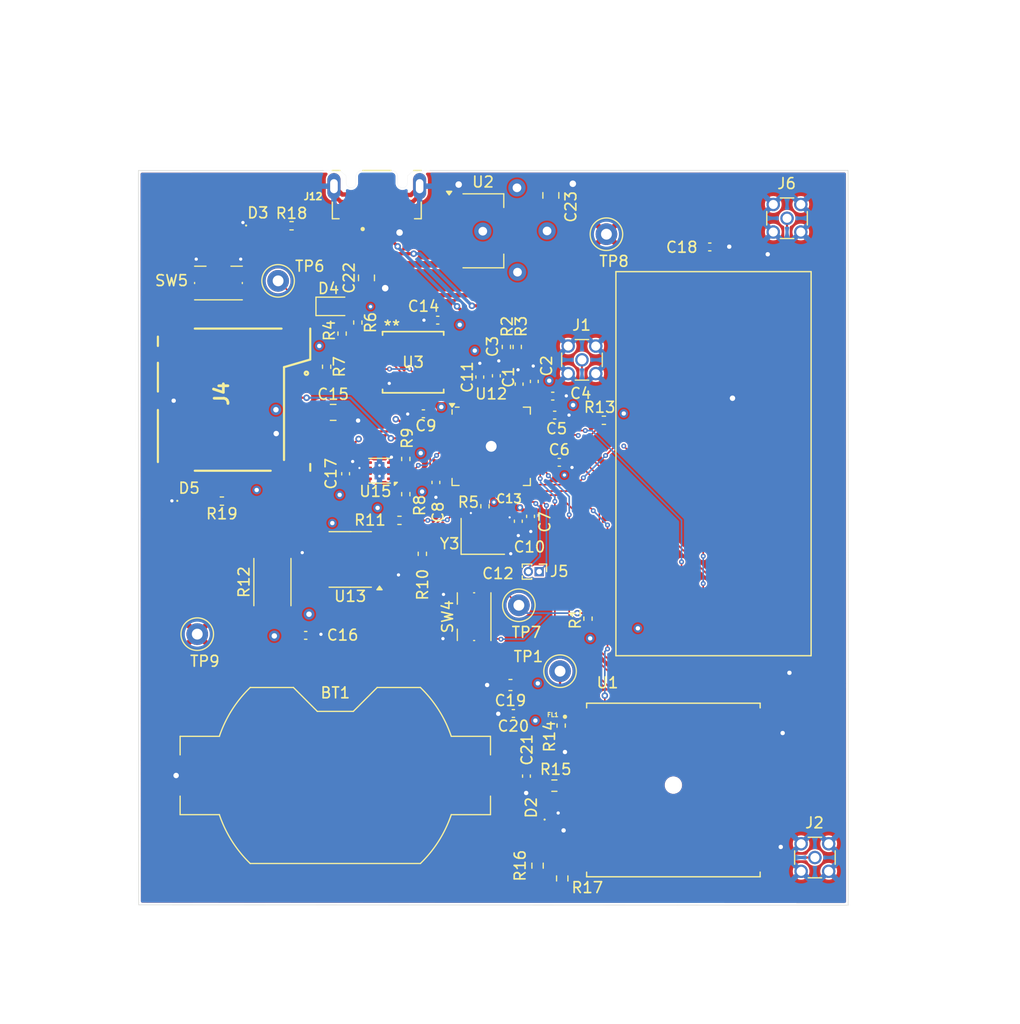
<source format=kicad_pcb>
(kicad_pcb (version 20241229) (generator "pcbnew") (generator_version "9.0")
  (layers (0 "F.Cu" signal) (4 "In1.Cu" power) (6 "In2.Cu" power) (2 "B.Cu" signal) (13 "F.Paste" user) (15 "B.Paste" user) (5 "F.SilkS" user "F.Silkscreen") (7 "B.SilkS" user "B.Silkscreen") (1 "F.Mask" user) (3 "B.Mask" user) (25 "Edge.Cuts" user))
  (net 0 "")
  (net 1 "/RP2040 MCU/Crystal In")
  (net 2 "Net-(C13-Pad1)")
  (net 3 "+1V1")
  (net 4 "/Sensors/VBACKUP")
  (net 5 "GND")
  (net 6 "VBUS")
  (net 7 "Net-(D2-A)")
  (net 8 "Net-(D3-A)")
  (net 9 "Net-(D5-A)")
  (net 10 "Cosmic Analog")
  (net 11 "Net-(U1-VCC)")
  (net 12 "Net-(J2-In)")
  (net 15 "/RP2040 MCU/Crystal Out")
  (net 16 "Net-(U12-USB_DP)")
  (net 17 "Net-(U12-USB_DM)")
  (net 19 "MicroSD CLK")
  (net 20 "Net-(J6-In)")
  (net 21 "/RP2040 MCU/QSPI_SCLK")
  (net 22 "/RP2040 MCU/QSPI_SD0")
  (net 23 "/RP2040 MCU/QSPI_SD1")
  (net 24 "/RP2040 MCU/QSPI_SD2")
  (net 25 "/RP2040 MCU/QSPI_SD3")
  (net 26 "/RP2040 MCU/QSPI_SS")
  (net 28 "RP2040 Reset")
  (net 29 "SDA0")
  (net 30 "SCL0")
  (net 31 "Net-(U1-3D-FIX)")
  (net 32 "GPS Reset")
  (net 33 "RF Reset")
  (net 34 "RF MISO")
  (net 35 "GPS UART Tx")
  (net 36 "RF DIO4")
  (net 37 "Net-(U1-TX)")
  (net 38 "GPS UART Rx")
  (net 39 "+3.3V")
  (net 40 "RF SCK")
  (net 41 "RF NSS")
  (net 42 "Net-(D4-A)")
  (net 43 "RF MOSI")
  (net 49 "Net-(U1-RX)")
  (net 53 "USB_DM")
  (net 54 "USB_DP")
  (net 59 "MicroSD MOSI")
  (net 60 "SWCLK")
  (net 61 "MicroSD CS")
  (net 62 "MicroSD MISO")
  (net 63 "SWD")
  (net 68 "Net-(D4-K)")
  (net 69 "SCL1")
  (net 78 "SDA1")
  (footprint "Diode_SMD:D_SOD-323F" (layer "F.Cu") (at 118.675 100)
    (property "Reference" "D4")
    (property "Value" "NSR0320")
  )
  (footprint "Package_DFN_QFN:QFN-56-1EP_7x7mm_P0.4mm_EP3.2x3.2mm" (layer "F.Cu") (at 133.225 112.9)
    (property "Reference" "U12")
    (property "Value" "RP2040")
  )
  (footprint "Capacitor_SMD:C_0805_2012Metric" (layer "F.Cu") (at 121.725 97.375 -90)
    (property "Reference" "C22")
    (property "Value" "10u")
  )
  (footprint "Capacitor_SMD:C_0201_0603Metric" (layer "F.Cu") (at 133.955 119)
    (property "Reference" "C13")
    (property "Value" "15p")
  )
  (footprint "1my_footprints:TestPoint_Loop_D1.80mm_Drill1.0mm_Beaded" (layer "F.Cu") (at 106.12 130.21)
    (property "Reference" "TP9")
    (property "Value" "TestPoint")
  )
  (footprint "Resistor_SMD:R_0402_1005Metric" (layer "F.Cu") (at 118.05 105.565 -90)
    (property "Reference" "R7")
    (property "Value" "10k")
  )
  (footprint "1my_footprints:SOIC_208MIL_WIN" (layer "F.Cu") (at 126.025 105.15)
    (property "Reference" "U3")
    (property "Value" "W25Q128JVS")
  )
  (footprint "1my_footprints:CD-PA1616D" (layer "F.Cu") (at 150.025 144.575)
    (property "Reference" "U1")
    (property "Value" "CD-PA1616D")
  )
  (footprint "1my_footprints:TestPoint_Loop_D1.80mm_Drill1.0mm_Beaded" (layer "F.Cu") (at 143.85 93.35)
    (property "Reference" "TP8")
    (property "Value" "TestPoint")
  )
  (footprint "Capacitor_SMD:C_0402_1005Metric" (layer "F.Cu") (at 116.12 130.325)
    (property "Reference" "C16")
    (property "Value" "100nF")
  )
  (footprint "Connector_Coaxial:MMCX_Molex_73415-1471_Vertical" (layer "F.Cu") (at 160.505 91.88)
    (property "Reference" "J6")
    (property "Value" "Conn_Coaxial")
  )
  (footprint "Resistor_SMD:R_0402_1005Metric" (layer "F.Cu") (at 120.925 101.49 -90)
    (property "Reference" "R6")
    (property "Value" "10k")
  )
  (footprint "Battery:BatteryHolder_Keystone_1058_1x2032" (layer "F.Cu") (at 118.85 143.24 180)
    (property "Reference" "BT1")
    (property "Value" "3V")
  )
  (footprint "Capacitor_SMD:C_0603_1608Metric" (layer "F.Cu") (at 135 134.9 180)
    (property "Reference" "C19")
    (property "Value" "1uF")
  )
  (footprint "Capacitor_SMD:C_0402_1005Metric" (layer "F.Cu") (at 128.125 116.23 -90)
    (property "Reference" "C8")
    (property "Value" "100n")
  )
  (footprint "Capacitor_SMD:C_0402_1005Metric" (layer "F.Cu") (at 139.505 114.375)
    (property "Reference" "C6")
    (property "Value" "100n")
  )
  (footprint "Capacitor_SMD:C_0805_2012Metric" (layer "F.Cu") (at 118.65 109.775)
    (property "Reference" "C15")
    (property "Value" "10u")
  )
  (footprint "Capacitor_SMD:C_0402_1005Metric" (layer "F.Cu") (at 133.7 106.4 90)
    (property "Reference" "C3")
    (property "Value" "100n")
  )
  (footprint "Connector_Coaxial:MMCX_Molex_73415-1471_Vertical" (layer "F.Cu") (at 141.595 104.93)
    (property "Reference" "J1")
    (property "Value" "Conn_Coaxial")
  )
  (footprint "1my_footprints:microSD-503398-1892-1" (layer "F.Cu") (at 116.54 102.05 -90)
    (property "Reference" "J4")
    (property "Value" "Micro_SD_Card_Det1" (hide yes))
  )
  (footprint "Capacitor_SMD:C_0402_1005Metric" (layer "F.Cu") (at 136.475 143.295 -90)
    (property "Reference" "C21")
    (property "Value" "1uF")
  )
  (footprint "Package_TO_SOT_SMD:SOT-223-3_TabPin2" (layer "F.Cu") (at 132.475 93.0375)
    (property "Reference" "U2")
    (property "Value" "NCP1117-3.3_SOT223")
  )
  (footprint "Resistor_SMD:R_0402_1005Metric" (layer "F.Cu") (at 143.615 110.5 180)
    (property "Reference" "R13")
    (property "Value" "10k")
  )
  (footprint "Capacitor_SMD:C_0402_1005Metric" (layer "F.Cu") (at 132.175 106.52 90)
    (property "Reference" "C11")
    (property "Value" "100n")
  )
  (footprint "Resistor_SMD:R_0402_1005Metric" (layer "F.Cu") (at 125.35 114.065 -90)
    (property "Reference" "R9")
    (property "Value" "5k")
  )
  (footprint "Resistor_SMD:R_0603_1608Metric" (layer "F.Cu") (at 139.775 152.725 -90)
    (property "Reference" "R17")
    (property "Value" "470")
  )
  (footprint "Resistor_SMD:R_0402_1005Metric" (layer "F.Cu") (at 135.625 103.74 -90)
    (property "Reference" "R3")
    (property "Value" "27")
  )
  (footprint "Resistor_SMD:R_0402_1005Metric" (layer "F.Cu") (at 134.625 103.74 -90)
    (property "Reference" "R2")
    (property "Value" "27")
  )
  (footprint "Capacitor_SMD:C_0402_1005Metric" (layer "F.Cu") (at 128.295 101.275 180)
    (property "Reference" "C14")
    (property "Value" "100n")
  )
  (footprint "Crystal:Crystal_SMD_3225-4Pin_3.2x2.5mm" (layer "F.Cu") (at 132.45 121.2)
    (property "Reference" "Y3")
    (property "Value" "ABM8-272-T3")
  )
  (footprint "LED_SMD:LED_0402_1005Metric" (layer "F.Cu") (at 105.37 117.925)
    (property "Reference" "D5")
    (property "Value" "LED")
  )
  (footprint "Resistor_SMD:R_0402_1005Metric" (layer "F.Cu") (at 108.39 117.95 180)
    (property "Reference" "R19")
    (property "Value" "10k")
  )
  (footprint "Capacitor_SMD:C_0201_0603Metric" (layer "F.Cu") (at 134.13 123.575)
    (property "Reference" "C12")
    (property "Value" "15p")
  )
  (footprint "Resistor_SMD:R_2512_6332Metric" (layer "F.Cu") (at 113.05 125.4125 90)
    (property "Reference" "R12")
    (property "Value" "0.002")
  )
  (footprint "Capacitor_SMD:C_0805_2012Metric" (layer "F.Cu") (at 138.725 89.775 90)
    (property "Reference" "C23")
    (property "Value" "10u")
  )
  (footprint "LED_SMD:LED_0402_1005Metric" (layer "F.Cu") (at 138.15 146.21 90)
    (property "Reference" "D2")
    (property "Value" "LED")
  )
  (footprint "Capacitor_SMD:C_0402_1005Metric" (layer "F.Cu") (at 138.9 108.275)
    (property "Reference" "C4")
    (property "Value" "100n")
  )
  (footprint "Resistor_SMD:R_0402_1005Metric" (layer "F.Cu") (at 126.875 122.81 90)
    (property "Reference" "R10")
    (property "Value" "10k")
  )
  (footprint "Capacitor_SMD:C_0402_1005Metric" (layer "F.Cu") (at 135.725 119.805 -90)
    (property "Reference" "C10")
    (property "Value" "100n")
  )
  (footprint "Resistor_SMD:R_0402_1005Metric" (layer "F.Cu") (at 139.675 138.64 -90)
    (property "Reference" "R14")
    (property "Value" "10k")
  )
  (footprint "LED_SMD:LED_0402_1005Metric" (layer "F.Cu") (at 111.715 92.55)
    (property "Reference" "D3")
    (property "Value" "LED")
  )
  (footprint "Resistor_SMD:R_0402_1005Metric" (layer "F.Cu") (at 132.65 118.425 -90)
    (property "Reference" "R5")
    (property "Value" "1k")
  )
  (footprint "Connector_PinHeader_1.00mm:PinHeader_1x02_P1.00mm_Vertical" (layer "F.Cu") (at 137.65 124.45 -90)
    (property "Reference" "J5")
    (property "Value" "Conn_01x02_Pin")
  )
  (footprint "1my_footprints:RFM98PW" (layer "F.Cu") (at 153.225 114.5 90)
    (property "Reference" "U16" (hide yes))
    (property "Value" "RFM98PW" (hide yes))
  )
  (footprint "Resistor_SMD:R_0402_1005Metric" (layer "F.Cu") (at 114.815 92.575 180)
    (property "Reference" "R18")
    (property "Value" "10k")
  )
  (footprint "Capacitor_SMD:C_0402_1005Metric" (layer "F.Cu") (at 136.85 119.355 -90)
    (property "Reference" "C7")
    (property "Value" "100n")
  )
  (footprint "Capacitor_SMD:C_0402_1005Metric" (layer "F.Cu") (at 119.8 115.43 90)
    (property "Reference" "C17")
    (property "Value" "10nF")
  )
  (footprint "Capacitor_SMD:C_0402_1005Metric" (layer "F.Cu") (at 153.38 94.525 180)
    (property "Reference" "C18")
    (property "Value" "100n")
  )
  (footprint "Button_Switch_SMD:SW_Push_1P1T-SH_NO_CK_KMR2xxG" (layer "F.Cu") (at 108.075 97.85)
    (property "Reference" "SW5")
    (property "Value" "SW_Push_Shielded")
  )
  (footprint "Package_SO:SOIC-8_3.9x4.9mm_P1.27mm" (layer "F.Cu") (at 120.225 123.325 180)
    (property "Reference" "U13")
    (property "Value" "INA219AxD")
  )
  (footprint "Resistor_SMD:R_0402_1005Metric" (layer "F.Cu") (at 125.35 117.31 90)
    (property "Reference" "R8")
    (property "Value" "5k")
  )
  (footprint "1my_footprints:TestPoint_Loop_D1.80mm_Drill1.0mm_Beaded" (layer "F.Cu") (at 139.575 133.625)
    (property "Reference" "TP1")
    (property "Value" "TestPoint")
  )
  (footprint "Capacitor_SMD:C_0402_1005Metric" (layer "F.Cu") (at 137.2 106.92 90)
    (property "Reference" "C2")
    (property "Value" "1u")
  )
  (footprint "1my_footprints:microUSB" (layer "F.Cu") (at 122.675 87.475 180)
    (property "Reference" "J12")
    (property "Value" "USB_B_Micro")
    (fp_line (start 4.9 0) (end 3.4 0) (stroke (width 0.01)) (layer "Edge.Cuts"))
    (fp_line (start 3.4 0) (end 2.825 -0.5) (stroke (width 0.01)) (layer "Edge.Cuts"))
    (fp_line (start 2.825 -1.15) (end 2.825 -0.5) (stroke (width 0.01)) (layer "Edge.Cuts"))
    (fp_line (start 1.925 -1.15) (end 1.925 -0.5) (stroke (width 0.01)) (layer "Edge.Cuts"))
    (fp_line (start 0.00053 0.004943) (end 1.3 0) (stroke (width 0.01)) (layer "Edge.Cuts"))
    (fp_line (start 0.00053 0.004943) (end -1.29947 0.004943) (stroke (width 0.01)) (layer "Edge.Cuts"))
    (fp_line (start -1.925 -1.15) (end -1.925 -0.5) (stroke (width 0.01)) (layer "Edge.Cuts"))
    (fp_line (start -2.825 -1.15) (end -2.825 -0.5) (stroke (width 0.01)) (layer "Edge.Cuts"))
    (fp_line (start -3.4 0) (end -2.825 -0.5) (stroke (width 0.01)) (layer "Edge.Cuts"))
    (fp_line (start -4.9 0) (end -3.4 0) (stroke (width 0.01)) (layer "Edge.Cuts"))
    (fp_arc (start 1.925529 -0.504943) (mid 1.717412 -0.122833) (end 1.3 0) (stroke (width 0.01)) (layer "Edge.Cuts"))
    (fp_arc (start 1.925 -1.15) (mid 2.375 -1.6) (end 2.825 -1.15) (stroke (width 0.01)) (layer "Edge.Cuts"))
    (fp_arc (start -1.29947 0.004943) (mid -1.716881 -0.117891) (end -1.924999 -0.5) (stroke (width 0.01)) (layer "Edge.Cuts"))
    (fp_arc (start -2.825 -1.15) (mid -2.375 -1.6) (end -1.925 -1.15) (stroke (width 0.01)) (layer "Edge.Cuts"))
  )
  (footprint "Resistor_SMD:R_0603_1608Metric" (layer "F.Cu") (at 137.5 151.55 -90)
    (property "Reference" "R16")
    (property "Value" "470")
  )
  (footprint "Capacitor_SMD:C_0402_1005Metric" (layer "F.Cu") (at 135.8 107.17 90)
    (property "Reference" "C1")
    (property "Value" "1u")
  )
  (footprint "1my_footprints:BEADC1608X95N" (layer "F.Cu") (at 138.665 136.575 180)
    (property "Reference" "FL1")
    (property "Value" "BLM18BD601SN1J")
  )
  (footprint "Resistor_SMD:R_0402_1005Metric" (layer "F.Cu") (at 124.765 119.725)
    (property "Reference" "R11")
    (property "Value" "10k")
  )
  (footprint "1my_footprints:TestPoint_Loop_D1.80mm_Drill1.0mm_Beaded" (layer "F.Cu") (at 135.775 127.55)
    (property "Reference" "TP7")
    (property "Value" "TestPoint")
  )
  (footprint "Resistor_SMD:R_0603_1608Metric" (layer "F.Cu") (at 139.05 144.175 180)
    (property "Reference" "R15")
    (property "Value" "470")
  )
  (footprint "Resistor_SMD:R_0402_1005Metric" (layer "F.Cu") (at 142.15 128.785 90)
    (property "Reference" "R1")
    (property "Value" "10k")
  )
  (footprint "Button_Switch_SMD:SW_Push_1P1T-SH_NO_CK_KMR2xxG" (layer "F.Cu") (at 131.65 128.6 90)
    (property "Reference" "SW4")
    (property "Value" "SW_Push_Shielded")
  )
  (footprint "1my_footprints:TestPoint_Loop_D1.80mm_Drill1.0mm_Beaded" (layer "F.Cu") (at 113.575 97.65)
    (property "Reference" "TP6")
    (property "Value" "TestPoint")
  )
  (footprint "Capacitor_SMD:C_0402_1005Metric" (layer "F.Cu") (at 135.27 137.525 180)
    (property "Reference" "C20")
    (property "Value" "100nF")
  )
  (footprint "Resistor_SMD:R_0402_1005Metric" (layer "F.Cu") (at 119.475 102.51 90)
    (property "Reference" "R4")
    (property "Value" "1k")
  )
  (footprint "Package_SON:WSON-8-1EP_2x2mm_P0.5mm_EP0.9x1.6mm_ThermalVias" (layer "F.Cu") (at 122.925 115.15 180)
    (property "Reference" "U15")
    (property "Value" "TMP1075DSG")
  )
  (footprint "Capacitor_SMD:C_0402_1005Metric" (layer "F.Cu") (at 139.08 110.025)
    (property "Reference" "C5")
    (property "Value" "100n")
  )
  (footprint "Capacitor_SMD:C_0402_1005Metric" (layer "F.Cu") (at 126.97 109.9 180)
    (property "Reference" "C9")
    (property "Value" "100n")
  )
  (footprint "Connector_Coaxial:MMCX_Molex_73415-1471_Vertical" (layer "F.Cu") (at 163.075 150.8)
    (property "Reference" "J2")
    (property "Value" "Conn_Coaxial")
  )
  (gr_line (start 100.694907 87.481257) (end 117.775 87.479972) (stroke (width 0.05)) (layer "Edge.Cuts"))
  (gr_line (start 166.14 155.19) (end 100.71947 155.159991) (stroke (width 0.05)) (layer "Edge.Cuts"))
  (gr_line (start 100.71947 155.159691) (end 100.694907 87.481257) (stroke (width 0.05)) (layer "Edge.Cuts"))
  (gr_line (start 127.575 87.475) (end 166.13 87.47) (stroke (width 0.05)) (layer "Edge.Cuts"))
  (gr_line (start 166.13 87.47) (end 166.14 155.19) (stroke (width 0.05)) (layer "Edge.Cuts"))
  (segment (start 131.3 121.975) (end 131.35 121.975) (width 0.15) (layer "F.Cu") (net 1))
  (segment (start 132.95 123.575) (end 131.35 121.975) (width 0.2) (layer "F.Cu") (net 1))
  (segment (start 132.625 116.3375) (end 132.625 116.9) (width 0.15) (layer "F.Cu") (net 1))
  (segment (start 132.95 123.575) (end 133.81 123.575) (width 0.2) (layer "F.Cu") (net 1))
  (segment (start 130.225 119.3) (end 130.225 120.9) (width 0.15) (layer "F.Cu") (net 1))
  (segment (start 132.625 116.9) (end 130.225 119.3) (width 0.15) (layer "F.Cu") (net 1))
  (segment (start 131.925 122) (end 131.75 122) (width 0.2) (layer "F.Cu") (net 1))
  (segment (start 131.6 121.875) (end 131.7 121.875) (width 0.15) (layer "F.Cu") (net 1))
  (segment (start 130.225 120.9) (end 131.3 121.975) (width 0.15) (layer "F.Cu") (net 1))
  (segment (start 132.78 118.825) (end 132.725 118.77) (width 0.15) (layer "F.Cu") (net 2))
  (segment (start 133.57 118.935) (end 133.635 119) (width 0.15) (layer "F.Cu") (net 2))
  (segment (start 133.825 120.1) (end 133.9 120.175) (width 0.2) (layer "F.Cu") (net 2))
  (segment (start 132.725 119.45) (end 133.55 120.275) (width 0.15) (layer "F.Cu") (net 2))
  (segment (start 133.76 120.065) (end 133.55 120.275) (width 0.2) (layer "F.Cu") (net 2))
  (segment (start 132.65 118.935) (end 133.57 118.935) (width 0.15) (layer "F.Cu") (net 2))
  (segment (start 132.725 118.9) (end 132.725 119.45) (width 0.15) (layer "F.Cu") (net 2))
  (segment (start 135.025 110.225) (end 134.9 110.35) (width 0.2) (layer "F.Cu") (net 3))
  (segment (start 135.025 109.4625) (end 135.025 108.625) (width 0.2) (layer "F.Cu") (net 3))
  (segment (start 133.825 116.3375) (end 133.825 115.6) (width 0.2) (layer "F.Cu") (net 3))
  (segment (start 133.025 108.475) (end 132.175 107.625) (width 0.2) (layer "F.Cu") (net 3))
  (segment (start 135.025 109.4625) (end 135.025 110.225) (width 0.2) (layer "F.Cu") (net 3))
  (segment (start 133.825 116.3375) (end 133.825 117.525) (width 0.2) (layer "F.Cu") (net 3))
  (segment (start 133.025 109.4625) (end 133.025 108.475) (width 0.2) (layer "F.Cu") (net 3))
  (segment (start 133.825 117.525) (end 135.625 119.325) (width 0.2) (layer "F.Cu") (net 3))
  (segment (start 132.175 107.625) (end 132.175 107) (width 0.2) (layer "F.Cu") (net 3))
  (segment (start 135.025 108.625) (end 135.8 107.85) (width 0.2) (layer "F.Cu") (net 3))
  (segment (start 135.625 119.325) (end 135.725 119.325) (width 0.2) (layer "F.Cu") (net 3))
  (segment (start 134.9 110.35) (end 134.875 110.35) (width 0.2) (layer "F.Cu") (net 3))
  (segment (start 133.825 115.6) (end 134.125 115.3) (width 0.2) (layer "F.Cu") (net 3))
  (segment (start 133.025 110.125) (end 132.725 110.425) (width 0.2) (layer "F.Cu") (net 3))
  (segment (start 135.8 107.85) (end 135.8 107.65) (width 0.2) (layer "F.Cu") (net 3))
  (segment (start 133.025 109.4625) (end 133.025 110.125) (width 0.2) (layer "F.Cu") (net 3))
  (segment (start 136.465 142.825) (end 136.475 142.815) (width 0.2) (layer "F.Cu") (net 4))
  (segment (start 136.965 142.325) (end 136.475 142.815) (width 0.3) (layer "F.Cu") (net 4))
  (segment (start 142.025 142.325) (end 136.965 142.325) (width 0.3) (layer "F.Cu") (net 4))
  (segment (start 132.98 144.225) (end 134.38 142.825) (width 0.3) (layer "F.Cu") (net 4))
  (segment (start 134.38 142.825) (end 136.465 142.825) (width 0.3) (layer "F.Cu") (net 4))
  (segment (start 132.225 116.3375) (end 132.225 113.9) (width 0.2) (layer "F.Cu") (net 5))
  (segment (start 134.925 119.45) (end 134.925 119.35) (width 0.15) (layer "F.Cu") (net 5))
  (segment (start 123.325 91.585) (end 123.975 91.585) (width 0.4) (layer "F.Cu") (net 5))
  (segment (start 121.975 114.4) (end 121.575 114.4) (width 0.15) (layer "F.Cu") (net 5))
  (segment (start 128.825 126.55) (end 130.85 126.55) (width 0.2) (layer "F.Cu") (net 5))
  (segment (start 129.325 90.7375) (end 129.325 89.675) (width 0.6) (layer "F.Cu") (net 5))
  (segment (start 123.325 91.75) (end 123.975 92.4) (width 0.4) (layer "F.Cu") (net 5))
  (segment (start 126.465 109.925) (end 126.49 109.9) (width 0.2) (layer "F.Cu") (net 5))
  (segment (start 139.925 148.325) (end 139.9 148.3) (width 0.2) (layer "F.Cu") (net 5))
  (segment (start 121.975 114.9) (end 121.075 114.9) (width 0.15) (layer "F.Cu") (net 5))
  (segment (start 123.6125 89.7) (end 125.1375 91.225) (width 0.4) (layer "F.Cu") (net 5))
  (segment (start 129.325 89.675) (end 130.225 88.775) (width 0.6) (layer "F.Cu") (net 5))
  (segment (start 122.3801 107.055) (end 123.78 107.055) (width 0.2) (layer "F.Cu") (net 5))
  (segment (start 134.45 123.375) (end 135.025 122.8) (width 0.2) (layer "F.Cu") (net 5))
  (segment (start 142.025 148.325) (end 139.925 148.325) (width 0.3) (layer "F.Cu") (net 5))
  (segment (start 117.75 122.69) (end 115.81 122.69) (width 0.2) (layer "F.Cu") (net 5))
  (segment (start 106.8 96.425) (end 106.025 95.65) (width 0.2) (layer "F.Cu") (net 5))
  (segment (start 123.6125 88.925) (end 123.715 88.925) (width 0.4) (layer "F.Cu") (net 5))
  (segment (start 115.14 111.72) (end 113.405 111.72) (width 0.4) (layer "F.Cu") (net 5))
  (segment (start 120.9725 89.69) (end 121.7375 88.925) (width 0.4) (layer "F.Cu") (net 5))
  (segment (start 123.875 114.05) (end 124.025 113.9) (width 0.2) (layer "F.Cu") (net 5))
  (segment (start 119.8 114.95) (end 120.45 114.3) (width 0.2) (layer "F.Cu") (net 5))
  (segment (start 130.225 129.175) (end 128.775 130.625) (width 0.2) (layer "F.Cu") (net 5))
  (segment (start 155.15 94.525) (end 155.175 94.5) (width 0.3) (layer "F.Cu") (net 5))
  (segment (start 123.715 88.925) (end 124.52 89.73) (width 0.4) (layer "F.Cu") (net 5))
  (segment (start 104.885 117.925) (end 103.78 117.925) (width 0.2) (layer "F.Cu") (net 5))
  (segment (start 130.225 127.95) (end 128.825 126.55) (width 0.2) (layer "F.Cu") (net 5))
  (segment (start 116.6 130.325) (end 117.425 130.325) (width 0.2) (layer "F.Cu") (net 5))
  (segment (start 115.8 123.325) (end 116.435 123.96) (width 0.2) (layer "F.Cu") (net 5))
  (segment (start 116.435 123.96) (end 117.75 123.96) (width 0.2) (layer "F.Cu") (net 5))
  (segment (start 135.725 120.285) (end 135.725 121.125) (width 0.2) (layer "F.Cu") (net 5))
  (segment (start 121.7375 88.925) (end 123.6125 88.925) (width 0.4) (layer "F.Cu") (net 5))
  (segment (start 110.605 92.55) (end 110.33 92.275) (width 0.2) (layer "F.Cu") (net 5))
  (segment (start 122.7 125.23) (end 124.195 125.23) (width 0.2) (layer "F.Cu") (net 5))
  (segment (start 117.425 130.325) (end 117.525 130.225) (width 0.2) (layer "F.Cu") (net 5))
  (segment (start 120.2125 91.225) (end 118.725 89.7375) (width 0.4) (layer "F.Cu") (net 5))
  (segment (start 120.95 110.525) (end 120.675 110.525) (width 0.4) (layer "F.Cu") (net 5))
  (segment (start 132.175 106.04) (end 132.175 105.25) (width 0.2) (layer "F.Cu") (net 5))
  (segment (start 132.225 113.9) (end 133.225 112.9) (width 0.3) (layer "F.Cu") (net 5))
  (segment (start 128.125 116.71) (end 128.125 117.6) (width 0.2) (layer "F.Cu") (net 5))
  (segment (start 118.725 89.7375) (end 118.725 88.925) (width 0.4) (layer "F.Cu") (net 5))
  (segment (start 131.625 119.325) (end 131.625 120.1) (width 0.2) (layer "F.Cu") (net 5))
  (segment (start 121.575 115.4) (end 121.075 114.9) (width 0.15) (layer "F.Cu") (net 5))
  (segment (start 128.8 130.65) (end 130.85 130.65) (width 0.2) (layer "F.Cu") (net 5))
  (segment (start 134.2 121.975) (end 135.025 122.8) (width 0.2) (layer "F.Cu") (net 5))
  (segment (start 159.925 149.825) (end 158.025 149.825) (width 0.3) (layer "F.Cu") (net 5))
  (segment (start 126.625 89.7375) (end 126.625 88.925) (width 0.4) (layer "F.Cu") (net 5))
  (segment (start 136.475 143.775) (end 136.475 144.825) (width 0.3) (layer "F.Cu") (net 5))
  (segment (start 121.7375 89.7) (end 120.2125 91.225) (width 0.4) (layer "F.Cu") (net 5))
  (segment (start 123.885 123.96) (end 124.675 124.75) (width 0.2) (layer "F.Cu") (net 5))
  (segment (start 123.975 91.585) (end 123.975 92.4) (width 0.4) (layer "F.Cu") (net 5))
  (segment (start 131.35 119.05) (end 131.625 119.325) (width 0.2) (layer "F.Cu") (net 5))
  (segment (start 140.625 88.825) (end 140.75 88.7) (width 0.6) (layer "F.Cu") (net 5))
  (segment (start 123.78 107.055) (end 123.825 107.1) (width 0.2) (layer "F.Cu") (net 5))
  (segment (start 113.05 122.45) (end 115.55 122.45) (width 0.2) (layer "F.Cu") (net 5))
  (segment (start 137.1 106.365) (end 137.175 106.44) (width 0.2) (layer "F.Cu") (net 5))
  (segment (start 123.325 91.585) (end 123.325 91.75) (width 0.4) (layer "F.Cu") (net 5))
  (segment (start 131.625 120.1) (end 131.7 120.175) (width 0.2) (layer "F.Cu") (net 5))
  (segment (start 134.45 123.575) (end 134.45 123.375) (width 0.2) (layer "F.Cu") (net 5))
  (segment (start 121.575 114.4) (end 121.075 114.9) (width 0.15) (layer "F.Cu") (net 5))
  (segment (start 111.23 92.55) (end 110.605 92.55) (width 0.2) (layer "F.Cu") (net 5))
  (segment (start 160.725 131.9) (end 160.725 133.775) (width 0.3) (layer "F.Cu") (net 5))
  (segment (start 132.85 134.9) (end 134.225 134.9) (width 0.3) (layer "F.Cu") (net 5))
  (segment (start 123.875 114.4) (end 123.875 114.05) (width 0.2) (layer "F.Cu") (net 5))
  (segment (start 136.475 144.825) (end 136.45 144.85) (width 0.2) (layer "F.Cu") (net 5))
  (segment (start 115.8 122.7) (end 115.8 123.325) (width 0.2) (layer "F.Cu") (net 5))
  (segment (start 140.2 114.375) (end 140.675 114.85) (width 0.2) (layer "F.Cu") (net 5))
  (segment (start 125.83 89.73) (end 125.83 89.72) (width 0.4) (layer "F.Cu") (net 5))
  (segment (start 124.52 89.73) (end 125.83 89.73) (width 0.4) (layer "F.Cu") (net 5))
  (segment (start 121.725 98.325) (end 123.45 98.325) (width 0.6) (layer "F.Cu") (net 5))
  (segment (start 127.815 101.275) (end 127.025 101.275) (width 0.2) (layer "F.Cu") (net 5))
  (segment (start 115.55 122.45) (end 115.8 122.7) (width 0.2) (layer "F.Cu") (net 5))
  (segment (start 109.35 96.425) (end 110.125 95.65) (width 0.2) (layer "F.Cu") (net 5))
  (segment (start 138.725 88.825) (end 140.625 88.825) (width 0.6) (layer "F.Cu") (net 5))
  (segment (start 140.275 140.825) (end 140.025 141.075) (width 0.3) (layer "F.Cu") (net 5))
  (segment (start 135.675 105.875) (end 135.7 105.85) (width 0.2) (layer "F.Cu") (net 5))
  (segment (start 139.38 108.3) (end 140.1 108.3) (width 0.2) (layer "F.Cu") (net 5))
  (segment (start 133.55 121.975) (end 134.2 121.975) (width 0.2) (layer "F.Cu") (net 5))
  (segment (start 133.9 137.525) (end 133.875 137.55) (width 0.2) (layer "F.Cu") (net 5))
  (segment (start 125.83 89.72) (end 126.625 88.925) (width 0.4) (layer "F.Cu") (net 5))
  (segment (start 125.525 109.925) (end 126.465 109.925) (width 0.2) (layer "F.Cu") (net 5))
  (segment (start 125.1375 91.225) (end 126.625 89.7375) (width 0.4) (layer "F.Cu") (net 5))
  (segment (start 123.975 92.4) (end 124.775 93.2) (width 0.4) (layer "F.Cu") (net 5))
  (segment (start 121.975 115.4) (end 121.575 115.4) (width 0.15) (layer "F.Cu") (net 5))
  (segment (start 139.56 110.025) (end 140.4 110.025) (width 0.2) (layer "F.Cu") (net 5))
  (segment (start 142.025 140.825) (end 140.275 140.825) (width 0.3) (layer "F.Cu") (net 5))
  (segment (start 108.075 96.425) (end 106.8 96.425) (width 0.2) (layer "F.Cu") (net 5))
  (segment (start 158.725 96.9) (end 158.725 95.2) (width 0.3) (layer "F.Cu") (net 5))
  (segment (start 153.86 94.525) (end 155.15 94.525) (width 0.3) (layer "F.Cu") (net 5))
  (segment (start 106.025 97.05) (end 106.025 95.65) (width 0.2) (layer "F.Cu") (net 5))
  (segment (start 113.405 111.72) (end 113.4 111.725) (width 0.2) (layer "F.Cu") (net 5))
  (segment (start 134.125 122) (end 134.15 122) (width 0.2) (layer "F.Cu") (net 5))
  (segment (start 139.4 146.695) (end 138.15 146.695) (width 0.2) (layer "F.Cu") (net 5))
  (segment (start 134.925 119.35) (end 134.575 119) (width 0.15) (layer "F.Cu") (net 5))
  (segment (start 123.6125 88.925) (end 123.6125 89.7) (width 0.4) (layer "F.Cu") (net 5))
  (segment (start 137.1 105.5) (end 137.1 106.365) (width 0.2) (layer "F.Cu") (net 5))
  (segment (start 134.575 119) (end 134.275 119) (width 0.15) (layer "F.Cu") (net 5))
  (segment (start 133.7 105.25) (end 133.925 105.025) (width 0.2) (layer "F.Cu") (net 5))
  (segment (start 124.195 125.23) (end 124.675 124.75) (width 0.2) (layer "F.Cu") (net 5))
  (segment (start 108.075 96.425) (end 109.35 96.425) (width 0.2) (layer "F.Cu") (net 5))
  (segment (start 121.7375 88.925) (end 121.7375 89.7) (width 0.4) (layer "F.Cu") (net 5))
  (segment (start 115.81 122.69) (end 115.8 122.7) (width 0.2) (layer "F.Cu") (net 5))
  (segment (start 128.775 130.625) (end 128.8 130.65) (width 0.2) (layer "F.Cu") (net 5))
  (segment (start 158.025 139.325) (end 160.1 139.325) (width 0.3) (layer "F.Cu") (net 5))
  (segment (start 136.85 119.835) (end 136.85 120.725) (width 0.2) (layer "F.Cu") (net 5))
  (segment (start 136.85 120.725) (end 136.875 120.75) (width 0.2) (layer "F.Cu") (net 5))
  (segment (start 135.675 106.69) (end 135.675 105.875) (width 0.2) (layer "F.Cu") (net 5))
  (segment (start 103.945 108.695) (end 102.6 108.695) (width 0.3) (layer "F.Cu") (net 5))
  (segment (start 110.125 97.05) (end 110.125 95.65) (width 0.2) (layer "F.Cu") (net 5))
  (segment (start 139.985 114.375) (end 140.2 114.375) (width 0.2) (layer "F.Cu") (net 5))
  (segment (start 119.49 89.69) (end 120.9725 89.69) (width 0.4) (layer "F.Cu") (net 5))
  (segment (start 118.725 88.925) (end 119.49 89.69) (width 0.4) (layer "F.Cu") (net 5))
  (segment (start 120.675 110.525) (end 119.9 109.75) (width 0.4) (layer "F.Cu") (net 5))
  (segment (start 140.1 108.3) (end 140.15 108.25) (width 0.2) (layer "F.Cu") (net 5))
  (segment (start 134.45 123.575) (end 134.55 123.575) (width 0.2) (layer "F.Cu") (net 5))
  (segment (start 134.79 137.525) (end 133.9 137.525) (width 0.3) (layer "F.Cu") (net 5))
  (segment (start 130.225 128.6) (end 130.225 129.175) (width 0.2) (layer "F.Cu") (net 5))
  (segment (start 130.225 128.6) (end 130.225 127.95) (width 0.2) (layer "F.Cu") (net 5))
  (segment (start 133.7 105.92) (end 133.7 105.25) (width 0.2) (layer "F.Cu") (net 5))
  (segment (start 122.7 123.96) (end 123.885 123.96) (width 0.2) (layer "F.Cu") (net 5))
  (via (at 133.875 137.55) (size 0.8) (drill 0.4) (layers "F.Cu" "B.Cu") (net 5))
  (via (at 103.78 117.925) (size 0.6) (drill 0.3) (layers "F.Cu" "B.Cu") (net 5))
  (via (at 132.175 105.25) (size 0.6) (drill 0.3) (layers "F.Cu" "B.Cu") (net 5))
  (via (at 160.1 139.325) (size 0.8) (drill 0.4) (layers "F.Cu" "B.Cu") (net 5))
  (via (at 124.775 93.2) (size 1.2) (drill 0.6) (layers "F.Cu" "B.Cu") (net 5))
  (via (at 128.775 130.625) (size 0.6) (drill 0.3) (layers "F.Cu" "B.Cu") (net 5))
  (via (at 140.75 88.7) (size 1.2) (drill 0.6) (layers "F.Cu" "B.Cu") (net 5))
  (via (at 155.175 94.5) (size 0.8) (drill 0.4) (layers "F.Cu" "B.Cu") (net 5))
  (via (at 104.17 143.24) (size 1) (drill 0.5) (layers "F.Cu" "B.Cu") (net 5))
  (via (at 128.825 126.55) (size 0.6) (drill 0.3) (layers "F.Cu" "B.Cu") (net 5))
  (via (at 136.45 144.85) (size 0.8) (drill 0.4) (layers "F.Cu" "B.Cu") (net 5))
  (via (at 159.925 149.825) (size 0.8) (drill 0.4) (layers "F.Cu" "B.Cu") (net 5))
  (via (at 124.675 124.75) (size 0.6) (drill 0.3) (layers "F.Cu" "B.Cu") (net 5))
  (via (at 133.925 105.025) (size 0.6) (drill 0.3) (layers "F.Cu" "B.Cu") (net 5))
  (via (at 128.125 117.6) (size 0.6) (drill 0.3) (layers "F.Cu" "B.Cu") (net 5))
  (via (at 139.9 148.3) (size 0.8) (drill 0.4) (layers "F.Cu" "B.Cu") (net 5))
  (via (at 120.95 110.525) (size 0.8) (drill 0.4) (layers "F.Cu" "B.Cu") (net 5))
  (via (at 121.075 114.9) (size 0.45) (drill 0.2) (layers "F.Cu" "B.Cu") (net 5))
  (via (at 127.025 101.275) (size 0.6) (drill 0.3) (layers "F.Cu" "B.Cu") (net 5))
  (via (at 134.925 119.45) (size 0.45) (drill 0.2) (layers "F.Cu" "B.Cu") (net 5))
  (via (at 155.475 108.4675) (size 1) (drill 0.5) (layers "F.Cu" "B.Cu") (net 5))
  (via (at 123.825 107.1) (size 0.6) (drill 0.3) (layers "F.Cu" "B.Cu") (net 5))
  (via (at 135.025 122.8) (size 0.6) (drill 0.3) (layers "F.Cu" "B.Cu") (net 5))
  (via (at 110.33 92.275) (size 0.6) (drill 0.3) (layers "F.Cu" "B.Cu") (net 5))
  (via (at 136.875 120.75) (size 0.6) (drill 0.3) (layers "F.Cu" "B.Cu") (net 5))
  (via (at 140.4 110.025) (size 0.6) (drill 0.3) (layers "F.Cu" "B.Cu") (net 5))
  (via (at 117.525 130.225) (size 0.6) (drill 0.3) (layers "F.Cu" "B.Cu") (net 5))
  (via (at 120.45 114.3) (size 0.6) (drill 0.3) (layers "F.Cu" "B.Cu") (net 5))
  (via (at 158.725 95.2) (size 0.8) (drill 0.4) (layers "F.Cu" "B.Cu") (net 5))
  (via (at 103.945 108.695) (size 0.8) (drill 0.4) (layers "F.Cu" "B.Cu") (net 5))
  (via (at 124.025 113.9) (size 0.6) (drill 0.3) (layers "F.Cu" "B.Cu") (net 5))
  (via (at 123.45 98.325) (size 1.2) (drill 0.6) (layers "F.Cu" "B.Cu") (net 5))
  (via (at 140.675 114.85) (size 0.6) (drill 0.3) (layers "F.Cu" "B.Cu") (net 5))
  (via (at 140.025 141.075) (size 0.8) (drill 0.4) (layers "F.Cu" "B.Cu") (net 5))
  (via (at 113.4 111.725) (size 1) (drill 0.5) (layers "F.Cu" "B.Cu") (net 5))
  (via (at 133.225 112.9) (size 2) (drill 1) (layers "F.Cu" "B.Cu") (net 5))
  (via (at 106.025 95.65) (size 0.6) (drill 0.3) (layers "F.Cu" "B.Cu") (net 5))
  (via (at 130.225 88.775) (size 1.2) (drill 0.6) (layers "F.Cu" "B.Cu") (net 5))
  (via (at 132.85 134.9) (size 0.8) (drill 0.4) (layers "F.Cu" "B.Cu") (net 5))
  (via (at 135.7 105.85) (size 0.6) (drill 0.3) (layers "F.Cu" "B.Cu") (net 5))
  (via (at 140.15 108.25) (size 0.6) (drill 0.3) (layers "F.Cu" "B.Cu") (net 5))
  (via (at 125.525 109.925) (size 0.6) (drill 0.3) (layers "F.Cu" "B.Cu") (net 5))
  (via (at 160.725 133.775) (size 0.8) (drill 0.4) (layers "F.Cu" "B.Cu") (net 5))
  (via (at 137.1 105.5) (size 0.6) (drill 0.3) (layers "F.Cu" "B.Cu") (net 5))
  (via (at 110.125 95.65) (size 0.6) (drill 0.3) (layers "F.Cu" "B.Cu") (net 5))
  (via (at 131.35 119.05) (size 0.45) (drill 0.2) (layers "F.Cu" "B.Cu") (net 5))
  (via (at 135.725 121.125) (size 0.6) (drill 0.3) (layers "F.Cu" "B.Cu") (net 5))
  (via (at 139.4 146.695) (size 0.6) (drill 0.3) (layers "F.Cu" "B.Cu") (net 5))
  (via (at 115.8 122.7) (size 0.6) (drill 0.3) (layers "F.Cu" "B.Cu") (net 5))
  (segment (start 121.375 93.15) (end 121.375 93.825) (width 0.6) (layer "F.Cu") (net 6))
  (segment (start 125.05 96.225) (end 127.8 98.975) (width 0.4) (layer "F.Cu") (net 6))
  (segment (start 152.725 98.425) (end 152.725 96.9) (width 0.4) (layer "F.Cu") (net 6))
  (segment (start 125.05 96.225) (end 125.05 96.125) (width 0.2) (layer "F.Cu") (net 6))
  (segment (start 123.375 96.425) (end 123.675 96.125) (width 0.6) (layer "F.Cu") (net 6))
  (segment (start 121.725 96.425) (end 123.375 96.425) (width 0.6) (layer "F.Cu") (net 6))
  (segment (start 125.05 96.125) (end 128.5375 96.125) (width 0.6) (layer "F.Cu") (net 6))
  (segment (start 152.175 98.975) (end 152.725 98.425) (width 0.4) (layer "F.Cu") (net 6))
  (segment (start 116.575 93.825) (end 121.375 93.825) (width 0.2) (layer "F.Cu") (net 6))
  (segment (start 121.375 91.585) (end 121.375 93.15) (width 0.45) (layer "F.Cu") (net 6))
  (segment (start 128.5375 96.125) (end 129.325 95.3375) (width 0.6) (layer "F.Cu") (net 6))
  (segment (start 152.9 94.525) (end 152.9 96.725) (width 0.3) (layer "F.Cu") (net 6))
  (segment (start 127.8 98.975) (end 152.175 98.975) (width 0.4) (layer "F.Cu") (net 6))
  (segment (start 123.675 96.125) (end 125.05 96.125) (width 0.6) (layer "F.Cu") (net 6))
  (segment (start 115.325 92.575) (end 116.575 93.825) (width 0.2) (layer "F.Cu") (net 6))
  (segment (start 121.375 93.825) (end 123.675 96.125) (width 0.6) (layer "F.Cu") (net 6))
  (segment (start 152.9 96.725) (end 152.725 96.9) (width 0.2) (layer "F.Cu") (net 6))
  (segment (start 138.225 144.175) (end 138.225 145.65) (width 0.2) (layer "F.Cu") (net 7))
  (segment (start 138.225 145.65) (end 138.15 145.725) (width 0.2) (layer "F.Cu") (net 7))
  (segment (start 112.25 92.575) (end 114.305 92.575) (width 0.2) (layer "F.Cu") (net 8))
  (segment (start 112.2 92.55) (end 112.225 92.55) (width 0.2) (layer "F.Cu") (net 8))
  (segment (start 112.225 92.55) (end 112.25 92.575) (width 0.2) (layer "F.Cu") (net 8))
  (segment (start 105.855 117.925) (end 107.855 117.925) (width 0.2) (layer "F.Cu") (net 9))
  (segment (start 107.855 117.925) (end 107.88 117.95) (width 0.2) (layer "F.Cu") (net 9))
  (segment (start 140.625 110.7) (end 141.595 109.73) (width 0.15) (layer "F.Cu") (net 10))
  (segment (start 141.595 109.73) (end 141.595 104.93) (width 0.15) (layer "F.Cu") (net 10))
  (segment (start 136.6625 110.7) (end 140.625 110.7) (width 0.15) (layer "F.Cu") (net 10))
  (segment (start 140.775 136.575) (end 142.025 137.825) (width 0.3) (layer "F.Cu") (net 11))
  (segment (start 139.675 138.13) (end 139.675 136.85) (width 0.3) (layer "F.Cu") (net 11))
  (segment (start 139.4 136.575) (end 140.775 136.575) (width 0.3) (layer "F.Cu") (net 11))
  (segment (start 139.675 138.13) (end 141.72 138.13) (width 0.3) (layer "F.Cu") (net 11))
  (segment (start 139.575 136.4) (end 139.4 136.575) (width 0.2) (layer "F.Cu") (net 11))
  (segment (start 141.72 138.13) (end 142.025 137.825) (width 0.3) (layer "F.Cu") (net 11))
  (segment (start 139.675 136.85) (end 139.4 136.575) (width 0.3) (layer "F.Cu") (net 11))
  (segment (start 139.575 133.625) (end 139.575 136.4) (width 0.2) (layer "F.Cu") (net 11))
  (segment (start 163.35 150.975) (end 163.5 150.825) (width 0.2) (layer "F.Cu") (net 12))
  (segment (start 160.075 151.375) (end 158.075 151.375) (width 0.2) (layer "F.Cu") (net 12))
  (segment (start 158.075 151.375) (end 158.025 151.325) (width 0.2) (layer "F.Cu") (net 12))
  (segment (start 160.65 150.8) (end 160.075 151.375) (width 0.2) (layer "F.Cu") (net 12))
  (segment (start 158.025 151.325) (end 158.375 150.975) (width 0.2) (layer "F.Cu") (net 12))
  (segment (start 163.075 150.8) (end 160.65 150.8) (width 0.2) (layer "F.Cu") (net 12))
  (segment (start 132.65 117.915) (end 133.025 117.54) (width 0.15) (layer "F.Cu") (net 15))
  (segment (start 133.025 117.54) (end 133.025 116.3375) (width 0.15) (layer "F.Cu") (net 15))
  (segment (start 134.225 109.4625) (end 134.225 108.275) (width 0.2) (layer "F.Cu") (net 16))
  (segment (start 134.625 107.875) (end 134.625 104.25) (width 0.2) (layer "F.Cu") (net 16))
  (segment (start 134.225 108.275) (end 134.625 107.875) (width 0.2) (layer "F.Cu") (net 16))
  (segment (start 135.05 108.025) (end 134.625 108.45) (width 0.2) (layer "F.Cu") (net 17))
  (segment (start 135.05 105.075) (end 135.05 108.025) (width 0.2) (layer "F.Cu") (net 17))
  (segment (start 135.625 104.5) (end 135.05 105.075) (width 0.2) (layer "F.Cu") (net 17))
  (segment (start 135.625 104.25) (end 135.625 104.5) (width 0.2) (layer "F.Cu") (net 17))
  (segment (start 134.625 108.45) (end 134.625 109.4625) (width 0.2) (layer "F.Cu") (net 17))
  (segment (start 115.14 110.62) (end 115.34 110.62) (width 0.2) (layer "F.Cu") (net 19))
  (segment (start 129.7625 111.525) (end 129.7875 111.5) (width 0.2) (layer "F.Cu") (net 19))
  (segment (start 115.14 110.62) (end 115.17 110.65) (width 0.2) (layer "F.Cu") (net 19))
  (segment (start 115.8 110.65) (end 116.675 111.525) (width 0.2) (layer "F.Cu") (net 19))
  (segment (start 115.17 110.65) (end 115.8 110.65) (width 0.2) (layer "F.Cu") (net 19))
  (segment (start 116.675 111.525) (end 129.7625 111.525) (width 0.2) (layer "F.Cu") (net 19))
  (segment (start 160.5 96.675) (end 160.5 91.885) (width 0.2) (layer "F.Cu") (net 20))
  (segment (start 160.5 91.885) (end 160.505 91.88) (width 0.2) (layer "F.Cu") (net 20))
  (segment (start 160.725 96.9) (end 160.5 96.675) (width 0.2) (layer "F.Cu") (net 20))
  (segment (start 132.225 109.4625) (end 132.225 108.725) (width 0.15) (layer "F.Cu") (net 21))
  (segment (start 130.775 106.3) (end 130.26 105.785) (width 0.15) (layer "F.Cu") (net 21))
  (segment (start 130.26 105.785) (end 129.6699 105.785) (width 0.2) (layer "F.Cu") (net 21))
  (segment (start 130.775 107.275) (end 130.775 106.3) (width 0.15) (layer "F.Cu") (net 21))
  (segment (start 132.225 108.725) (end 130.775 107.275) (width 0.15) (layer "F.Cu") (net 21))
  (segment (start 131.825 109.4625) (end 131.825 108.825) (width 0.15) (layer "F.Cu") (net 22))
  (segment (start 131.825 108.825) (end 130.055 107.055) (width 0.15) (layer "F.Cu") (net 22))
  (segment (start 130.055 107.055) (end 129.6699 107.055) (width 0.15) (layer "F.Cu") (net 22))
  (segment (start 123.3125 104.475) (end 127.0375 108.2) (width 0.15) (layer "F.Cu") (net 23))
  (segment (start 130.225 108.2) (end 131.025 109) (width 0.15) (layer "F.Cu") (net 23))
  (segment (start 131.025 109) (end 131.025 109.4625) (width 0.15) (layer "F.Cu") (net 23))
  (segment (start 122.4201 104.475) (end 123.3125 104.475) (width 0.15) (layer "F.Cu") (net 23))
  (segment (start 127.0375 108.2) (end 130.225 108.2) (width 0.15) (layer "F.Cu") (net 23))
  (segment (start 122.4201 104.475) (end 122.3801 104.515) (width 0.2) (layer "F.Cu") (net 23))
  (segment (start 125.7 105.775) (end 127.7 107.775) (width 0.15) (layer "F.Cu") (net 24))
  (segment (start 130.275 107.775) (end 131.425 108.925) (width 0.15) (layer "F.Cu") (net 24))
  (segment (start 123.84 105.785) (end 123.85 105.775) (width 0.2) (layer "F.Cu") (net 24))
  (segment (start 131.425 108.925) (end 131.425 109.4625) (width 0.15) (layer "F.Cu") (net 24))
  (segment (start 122.3801 105.785) (end 123.84 105.785) (width 0.15) (layer "F.Cu") (net 24))
  (segment (start 127.7 107.775) (end 130.275 107.775) (width 0.15) (layer "F.Cu") (net 24))
  (via (at 123.85 105.775) (size 0.45) (drill 0.2) (layers "F.Cu" "B.Cu") (net 24))
  (via (at 125.7 105.775) (size 0.45) (drill 0.2) (layers "F.Cu" "B.Cu") (net 24))
  (segment (start 125.7 105.775) (end 123.85 105.775) (width 0.15) (layer "B.Cu") (net 24))
  (segment (start 130.1652 104.515) (end 129.6699 104.515) (width 0.2) (layer "F.Cu") (net 25))
  (segment (start 132.625 108.65) (end 131.15 107.175) (width 0.15) (layer "F.Cu") (net 25))
  (segment (start 132.625 109.4625) (end 132.625 108.65) (width 0.15) (layer "F.Cu") (net 25))
  (segment (start 131.15 107.175) (end 131.15 105.4998) (width 0.15) (layer "F.Cu") (net 25))
  (segment (start 131.15 105.4998) (end 130.1652 104.515) (width 0.15) (layer "F.Cu") (net 25))
  (segment (start 122.4444 108.6) (end 120.775 106.9306) (width 0.15) (layer "F.Cu") (net 26))
  (segment (start 120.775 104.35) (end 120.925 104.2) (width 0.15) (layer "F.Cu") (net 26))
  (segment (start 120.775 106.9306) (end 120.775 104.3548) (width 0.15) (layer "F.Cu") (net 26))
  (segment (start 130.625 109.4625) (end 129.7625 108.6) (width 0.15) (layer "F.Cu") (net 26))
  (segment (start 121.8848 103.245) (end 120.775 104.3548) (width 0.15) (layer "F.Cu") (net 26))
  (segment (start 120.925 104.2) (end 120.925 102) (width 0.15) (layer "F.Cu") (net 26))
  (segment (start 122.3801 103.245) (end 121.8848 103.245) (width 0.15) (layer "F.Cu") (net 26))
  (segment (start 120.775 104.3548) (end 120.775 104.32) (width 0.15) (layer "F.Cu") (net 26))
  (segment (start 120.775 104.32) (end 119.475 103.02) (width 0.15) (layer "F.Cu") (net 26))
  (segment (start 129.7625 108.6) (end 122.4444 108.6) (width 0.15) (layer "F.Cu") (net 26))
  (segment (start 120.775 104.3548) (end 120.775 104.35) (width 0.15) (layer "F.Cu") (net 26))
  (segment (start 132.45 126.55) (end 134.775 126.55) (width 0.15) (layer "F.Cu") (net 28))
  (segment (start 134.775 126.55) (end 135.775 127.55) (width 0.15) (layer "F.Cu") (net 28))
  (segment (start 134.1 130.65) (end 132.45 130.65) (width 0.15) (layer "F.Cu") (net 28))
  (segment (start 135.025 116.3375) (end 135.025 116.850516) (width 0.15) (layer "F.Cu") (net 28))
  (segment (start 135.572484 117.398) (end 139.448 117.398) (width 0.15) (layer "F.Cu") (net 28))
  (segment (start 142.15 128.275) (end 141.175 128.275) (width 0.15) (layer "F.Cu") (net 28))
  (segment (start 134.125 130.675) (end 134.1 130.65) (width 0.15) (layer "F.Cu") (net 28))
  (segment (start 139.448 117.398) (end 142.075 120.025) (width 0.15) (layer "F.Cu") (net 28))
  (segment (start 142.075 120.05) (end 142.15 120.125) (width 0.15) (layer "F.Cu") (net 28))
  (segment (start 135.025 116.850516) (end 135.572484 117.398) (width 0.15) (layer "F.Cu") (net 28))
  (segment (start 142.075 120.025) (end 142.075 120.05) (width 0.15) (layer "F.Cu") (net 28))
  (segment (start 142.15 120.125) (end 142.15 128.275) (width 0.15) (layer "F.Cu") (net 28))
  (via (at 134.125 130.675) (size 0.45) (drill 0.2) (layers "F.Cu" "B.Cu") (net 28))
  (via (at 141.175 128.275) (size 0.6) (drill 0.3) (layers "F.Cu" "B.Cu") (net 28))
  (segment (start 138.625 128.275) (end 136.225 130.675) (width 0.15) (layer "B.Cu") (net 28))
  (segment (start 136.225 130.675) (end 134.125 130.675) (width 0.15) (layer "B.Cu") (net 28))
  (segment (start 136.5 128.275) (end 135.775 127.55) (width 0.15) (layer "B.Cu") (net 28))
  (segment (start 141.175 128.275) (end 138.625 128.275) (width 0.15) (layer "B.Cu") (net 28))
  (segment (start 138.625 128.275) (end 136.5 128.275) (width 0.15) (layer "B.Cu") (net 28))
  (segment (start 125.9 115.9) (end 125.35 116.45) (width 0.15) (layer "F.Cu") (net 29))
  (segment (start 127.6 114.825) (end 127.6 113) (width 0.15) (layer "F.Cu") (net 29))
  (segment (start 126.525 115.9) (end 127.6 114.825) (width 0.15) (layer "F.Cu") (net 29))
  (segment (start 125.9 115.9) (end 126.525 115.9) (width 0.15) (layer "F.Cu") (net 29))
  (segment (start 125.35 116.45) (end 125.35 116.8) (width 0.15) (layer "F.Cu") (net 29))
  (segment (start 127.6 113) (end 128.3 112.3) (width 0.15) (layer "F.Cu") (net 29))
  (segment (start 128.3 112.3) (end 129.7875 112.3) (width 0.15) (layer "F.Cu") (net 29))
  (segment (start 125.9 115.9) (end 123.875 115.9) (width 0.15) (layer "F.Cu") (net 29))
  (segment (start 124 115.275) (end 123.875 115.4) (width 0.15) (layer "F.Cu") (net 30))
  (segment (start 125.8875 115.1125) (end 125.35 114.575) (width 0.15) (layer "F.Cu") (net 30))
  (segment (start 126.0625 115.1125) (end 125.8875 115.1125) (width 0.15) (layer "F.Cu") (net 30))
  (segment (start 126.0625 115.1125) (end 125.9 115.275) (width 0.15) (layer "F.Cu") (net 30))
  (segment (start 125.9 115.275) (end 125.65 115.275) (width 0.15) (layer "F.Cu") (net 30))
  (segment (start 128.1875 113.7375) (end 129.225 112.7) (width 0.15) (layer "F.Cu") (net 30))
  (segment (start 129.225 112.7) (end 129.7875 112.7) (width 0.15) (layer "F.Cu") (net 30))
  (segment (start 126.5 114.65) (end 126.5 114.675) (width 0.2) (layer "F.Cu") (net 30))
  (segment (start 125.65 115.275) (end 124 115.275) (width 0.15) (layer "F.Cu") (net 30))
  (segment (start 126.5 114.675) (end 126.0625 115.1125) (width 0.15) (layer "F.Cu") (net 30))
  (via (at 128.1875 113.7375) (size 0.45) (drill 0.2) (layers "F.Cu" "B.Cu") (net 30))
  (via (at 126.5 114.65) (size 0.45) (drill 0.2) (layers "F.Cu" "B.Cu") (net 30))
  (segment (start 127.275 114.65) (end 126.5 114.65) (width 0.15) (layer "B.Cu") (net 30))
  (segment (start 128.1875 113.7375) (end 127.275 114.65) (width 0.15) (layer "B.Cu") (net 30))
  (segment (start 141.675 144.175) (end 142.025 143.825) (width 0.2) (layer "F.Cu") (net 31))
  (segment (start 139.875 144.175) (end 141.675 144.175) (width 0.2) (layer "F.Cu") (net 31))
  (segment (start 143.95 120.15) (end 143.95 131.575) (width 0.15) (layer "F.Cu") (net 32))
  (segment (start 135.425 116.766708) (end 135.425 116.3375) (width 0.15) (layer "F.Cu") (net 32))
  (segment (start 142.6375 118.8375) (end 140.825 117.025) (width 0.15) (layer "F.Cu") (net 32))
  (segment (start 135.425 116.3375) (end 135.425 116.74103) (width 0.15) (layer "F.Cu") (net 32))
  (segment (start 143.7 138.5) (end 142.875 139.325) (width 0.15) (layer "F.Cu") (net 32))
  (segment (start 139.85 139.325) (end 139.675 139.15) (width 0.3) (layer "F.Cu") (net 32))
  (segment (start 142.025 139.325) (end 139.85 139.325) (width 0.3) (layer "F.Cu") (net 32))
  (segment (start 135.683292 117.025) (end 135.425 116.766708) (width 0.15) (layer "F.Cu") (net 32))
  (segment (start 140.825 117.025) (end 135.683292 117.025) (width 0.15) (layer "F.Cu") (net 32))
  (segment (start 143.7 135.875) (end 143.7 138.5) (width 0.15) (layer "F.Cu") (net 32))
  (segment (start 142.875 139.325) (end 142.025 139.325) (width 0.15) (layer "F.Cu") (net 32))
  (via (at 143.95 120.15) (size 0.45) (drill 0.2) (layers "F.Cu" "B.Cu") (net 32))
  (via (at 143.95 131.575) (size 0.45) (drill 0.2) (layers "F.Cu" "B.Cu") (net 32))
  (via (at 143.7 135.875) (size 0.6) (drill 0.3) (layers "F.Cu" "B.Cu") (net 32))
  (via (at 142.6375 118.8375) (size 0.45) (drill 0.2) (layers "F.Cu" "B.Cu") (net 32))
  (segment (start 143.95 120.15) (end 142.6375 118.8375) (width 0.15) (layer "B.Cu") (net 32))
  (segment (start 143.7 131.825) (end 143.95 131.575) (width 0.15) (layer "B.Cu") (net 32))
  (segment (start 143.7 135.875) (end 143.7 131.825) (width 0.15) (layer "B.Cu") (net 32))
  (segment (start 136.6875 113.075) (end 136.6625 113.1) (width 0.15) (layer "F.Cu") (net 33))
  (segment (start 156.725 132.85) (end 155.575 134) (width 0.15) (layer "F.Cu") (net 33))
  (segment (start 139.875 113.1) (end 143.2 116.425) (width 0.15) (layer "F.Cu") (net 33))
  (segment (start 143.2 131.7) (end 145.5 134) (width 0.15) (layer "F.Cu") (net 33))
  (segment (start 139.875 113.1) (end 139.85 113.075) (width 0.15) (layer "F.Cu") (net 33))
  (segment (start 139.85 113.075) (end 136.6875 113.075) (width 0.15) (layer "F.Cu") (net 33))
  (segment (start 145.5 134) (end 155.575 134) (width 0.15) (layer "F.Cu") (net 33))
  (segment (start 156.725 131.9) (end 156.725 132.85) (width 0.2) (layer "F.Cu") (net 33))
  (segment (start 143.2 116.425) (end 143.2 131.7) (width 0.15) (layer "F.Cu") (net 33))
  (segment (start 140.15 112.65) (end 136.7125 112.65) (width 0.15) (layer "F.Cu") (net 34))
  (segment (start 136.7125 112.65) (end 136.6625 112.7) (width 0.15) (layer "F.Cu") (net 34))
  (segment (start 140.5625 113.0625) (end 140.15 112.65) (width 0.15) (layer "F.Cu") (net 34))
  (segment (start 148.725 121.225) (end 148.725 131.9) (width 0.15) (layer "F.Cu") (net 34))
  (segment (start 140.5625 113.0625) (end 148.725 121.225) (width 0.15) (layer "F.Cu") (net 34))
  (segment (start 137.5 153.525) (end 137.5 152.375) (width 0.15) (layer "F.Cu") (net 35))
  (segment (start 138.45 154.475) (end 137.5 153.525) (width 0.15) (layer "F.Cu") (net 35))
  (segment (start 140.416268 130.041268) (end 145.525 135.15) (width 0.15) (layer "F.Cu") (net 35))
  (segment (start 140.416268 119.208732) (end 140.416268 130.041268) (width 0.15) (layer "F.Cu") (net 35))
  (segment (start 137.475 152.35) (end 137.5 152.325) (width 0.15) (layer "F.Cu") (net 35))
  (segment (start 143.45 154.475) (end 138.45 154.475) (width 0.15) (layer "F.Cu") (net 35))
  (segment (start 145.525 152.4) (end 143.45 154.475) (width 0.15) (layer "F.Cu") (net 35))
  (segment (start 138.492691 115.607294) (end 138.492691 115.517691) (width 0.15) (layer "F.Cu") (net 35))
  (segment (start 145.525 135.15) (end 145.525 152.4) (width 0.15) (layer "F.Cu") (net 35))
  (segment (start 137.275 114.3) (end 136.6625 114.3) (width 0.15) (layer "F.Cu") (net 35))
  (segment (start 138.492691 115.517691) (end 137.275 114.3) (width 0.15) (layer "F.Cu") (net 35))
  (via (at 140.416268 119.208732) (size 0.45) (drill 0.2) (layers "F.Cu" "B.Cu") (net 35))
  (via (at 138.492691 115.607294) (size 0.45) (drill 0.2) (layers "F.Cu" "B.Cu") (net 35))
  (segment (start 140.425 117.539603) (end 138.492691 115.607294) (width 0.15) (layer "B.Cu") (net 35))
  (segment (start 140.425 117.539603) (end 140.425 119.2) (width 0.15) (layer "B.Cu") (net 35))
  (segment (start 140.425 119.2) (end 140.416268 119.208732) (width 0.15) (layer "B.Cu") (net 35))
  (segment (start 154.725 102.8) (end 154.725 98.55) (width 0.15) (layer "F.Cu") (net 36))
  (segment (start 141.0875 116.4375) (end 135.925 116.4375) (width 0.15) (layer "F.Cu") (net 36))
  (segment (start 154.725 98.55) (end 154.725 96.9) (width 0.15) (layer "F.Cu") (net 36))
  (segment (start 141.725 115.8) (end 141.0875 116.4375) (width 0.15) (layer "F.Cu") (net 36))
  (segment (start 135.925 116.4375) (end 135.825 116.3375) (width 0.15) (layer "F.Cu") (net 36))
  (segment (start 143.775 113.75) (end 154.725 102.8) (width 0.15) (layer "F.Cu") (net 36))
  (via (at 143.775 113.75) (size 0.45) (drill 0.2) (layers "F.Cu" "B.Cu") (net 36))
  (via (at 141.725 115.8) (size 0.45) (drill 0.2) (layers "F.Cu" "B.Cu") (net 36))
  (segment (start 141.725 115.8) (end 143.775 113.75) (width 0.15) (layer "B.Cu") (net 36))
  (segment (start 139.65 149.825) (end 138.75 150.725) (width 0.15) (layer "F.Cu") (net 37))
  (segment (start 142.025 149.825) (end 139.65 149.825) (width 0.15) (layer "F.Cu") (net 37))
  (segment (start 138.75 150.725) (end 137.5 150.725) (width 0.15) (layer "F.Cu") (net 37))
  (segment (start 141.975 149.775) (end 142.025 149.825) (width 0.15) (layer "F.Cu") (net 37))
  (segment (start 139.094301 130.094301) (end 144.475 135.475) (width 0.15) (layer "F.Cu") (net 38))
  (segment (start 144.475 151.725) (end 142.65 153.55) (width 0.15) (layer "F.Cu") (net 38))
  (segment (start 137.743968 115.875) (end 137.743968 115.268968) (width 0.15) (layer "F.Cu") (net 38))
  (segment (start 137.743968 115.268968) (end 137.175 114.7) (width 0.15) (layer "F.Cu") (net 38))
  (segment (start 139.094301 117.975) (end 139.094301 130.094301) (width 0.15) (layer "F.Cu") (net 38))
  (segment (start 144.475 135.475) (end 144.475 151.725) (width 0.15) (layer "F.Cu") (net 38))
  (segment (start 137.175 114.7) (end 136.6625 114.7) (width 0.15) (layer "F.Cu") (net 38))
  (segment (start 142.65 153.55) (end 139.775 153.55) (width 0.15) (layer "F.Cu") (net 38))
  (via (at 137.743968 115.875) (size 0.45) (drill 0.2) (layers "F.Cu" "B.Cu") (net 38))
  (via (at 139.094301 117.975) (size 0.45) (drill 0.2) (layers "F.Cu" "B.Cu") (net 38))
  (segment (start 137.775 116.225) (end 137.775 115.906032) (width 0.15) (layer "B.Cu") (net 38))
  (segment (start 139.094301 117.975) (end 139.094301 117.544301) (width 0.15) (layer "B.Cu") (net 38))
  (segment (start 139.094301 117.544301) (end 137.775 116.225) (width 0.15) (layer "B.Cu") (net 38))
  (segment (start 137.775 115.906032) (end 137.743968 115.875) (width 0.15) (layer "B.Cu") (net 38))
  (segment (start 137.4 110.1) (end 137.625 109.875) (width 0.2) (layer "F.Cu") (net 39))
  (segment (start 133.575 108.25) (end 133.425 108.4) (width 0.2) (layer "F.Cu") (net 39))
  (segment (start 133.825 108.5) (end 133.575 108.25) (width 0.2) (layer "F.Cu") (net 39))
  (segment (start 133.825 109.4625) (end 133.825 108.5) (width 0.2) (layer "F.Cu") (net 39))
  (segment (start 129.175 113.9) (end 128.9 114.175) (width 0.2) (layer "F.Cu") (net 39))
  (segment (start 135.425 109.4625) (end 135.425 108.825) (width 0.2) (layer "F.Cu") (net 39))
  (segment (start 129.7875 113.9) (end 129.175 113.9) (width 0.2) (layer "F.Cu") (net 39))
  (segment (start 137.675 113.9) (end 137.825 113.75) (width 0.2) (layer "F.Cu") (net 39))
  (segment (start 135.825 109.4625) (end 136.3875 108.9) (width 0.2) (layer "F.Cu") (net 39))
  (segment (start 128.55 110.3) (end 128.175 109.925) (width 0.2) (layer "F.Cu") (net 39))
  (segment (start 129.7875 110.3) (end 128.55 110.3) (width 0.2) (layer "F.Cu") (net 39))
  (segment (start 133.425 108.4) (end 133.425 109.4625) (width 0.2) (layer "F.Cu") (net 39))
  (segment (start 136.3875 108.9) (end 136.725 108.9) (width 0.2) (layer "F.Cu") (net 39))
  (segment (start 116.195 125.23) (end 117.75 125.23) (width 0.2) (layer "F.Cu") (net 39))
  (segment (start 135.7 108.55) (end 136.25 108.55) (width 0.2) (layer "F.Cu") (net 39))
  (segment (start 137.2 110.3) (end 137.4 110.1) (width 0.2) (layer "F.Cu") (net 39))
  (segment (start 133.425 117.325) (end 133.425 116.3375) (width 0.2) (layer "F.Cu") (net 39))
  (segment (start 113.05 128.375) (end 116.195 125.23) (width 0.2) (layer "F.Cu") (net 39))
  (segment (start 136.6625 113.9) (end 137.675 113.9) (width 0.2) (layer "F.Cu") (net 39))
  (segment (start 136.6625 110.3) (end 137.2 110.3) (width 0.2) (layer "F.Cu") (net 39))
  (segment (start 135.425 108.825) (end 135.7 108.55) (width 0.2) (layer "F.Cu") (net 39))
  (via (at 137.525 134.75) (size 0.8) (drill 0.4) (layers "F.Cu" "B.Cu") (net 39))
  (via (at 118.575 119.975) (size 0.8) (drill 0.4) (layers "F.Cu" "B.Cu") (net 39))
  (via (at 140.775 109.1) (size 0.8) (drill 0.4) (layers "F.Cu" "B.Cu") (net 39))
  (via (at 139.975 115.55) (size 0.6) (drill 0.3) (layers "F.Cu" "B.Cu") (net 39))
  (via (at 126.85 117.075) (size 0.8) (drill 0.4) (layers "F.Cu" "B.Cu") (net 39))
  (via (at 126.725 113.525) (size 0.8) (drill 0.4) (layers "F.Cu" "B.Cu") (net 39))
  (via (at 117.375 103.65) (size 0.8) (drill 0.4) (layers "F.Cu" "B.Cu") (net 39))
  (via (at 122.1 100.025) (size 0.6) (drill 0.3) (layers "F.Cu" "B.Cu") (net 39))
  (via (at 135.65 96.85) (size 1.6) (drill 0.8) (layers "F.Cu" "B.Cu") (net 39))
  (via (at 138.575 106.85) (size 0.8) (drill 0.4) (layers "F.Cu" "B.Cu") (net 39))
  (via (at 113.225 130.375) (size 1) (drill 0.5) (layers "F.Cu" "B.Cu") (net 39))
  (via (at 135.875 118.55) (size 0.6) (drill 0.3) (layers "F.Cu" "B.Cu") (net 39))
  (via (at 131.71 104.08) (size 0.8) (drill 0.4) (layers "F.Cu" "B.Cu") (net 39))
  (via (at 128.625 109.275) (size 0.8) (drill 0.4) (layers "F.Cu" "B.Cu") (net 39))
  (via (at 138.375 93.05) (size 1.6) (drill 0.8) (layers "F.Cu" "B.Cu") (net 39))
  (via (at 145.45 109.875) (size 0.8) (drill 0.4) (layers "F.Cu" "B.Cu") (net 39))
  (via (at 132.45 93.075) (size 1.6) (drill 0.8) (layers "F.Cu" "B.Cu") (net 39))
  (via (at 146.75 129.675) (size 0.8) (drill 0.4) (layers "F.Cu" "B.Cu") (net 39))
  (via (at 122.75 118.575) (size 0.8) (drill 0.4) (layers "F.Cu" "B.Cu") (net 39))
  (via (at 111.6 116.925) (size 0.8) (drill 0.4) (layers "F.Cu" "B.Cu") (net 39))
  (via (at 135.6 89.075) (size 1.6) (drill 0.8) (layers "F.Cu" "B.Cu") (net 39))
  (via (at 119.25 117.375) (size 0.8) (drill 0.4) (layers "F.Cu" "B.Cu") (net 39))
  (via (at 113.375 109.525) (size 1) (drill 0.5) (layers "F.Cu" "B.Cu") (net 39))
  (via (at 130.325 101.7) (size 0.8) (drill 0.4) (layers "F.Cu" "B.Cu") (net 39))
  (via (at 133.475 118.05) (size 0.6) (drill 0.3) (layers "F.Cu" "B.Cu") (net 39))
  (via (at 142.35 130.6) (size 0.8) (drill 0.4) (layers "F.Cu" "B.Cu") (net 39))
  (via (at 137.3 138.175) (size 0.8) (drill 0.4) (layers "F.Cu" "B.Cu") (net 39))
  (via (at 116.425 128.375) (size 1) (drill 0.5) (layers "F.Cu" "B.Cu") (net 39))
  (segment (start 133.475 118.05) (end 133.55 118.05) (width 0.2) (layer "B.Cu") (net 39))
  (segment (start 135.75 118.425) (end 135.875 118.55) (width 0.2) (layer "B.Cu") (net 39))
  (segment (start 152.775 123.025) (end 152.775 120.2) (width 0.15) (layer "F.Cu") (net 40))
  (segment (start 141.2 111.85) (end 136.7125 111.85) (width 0.15) (layer "F.Cu") (net 40))
  (segment (start 141.25 111.9) (end 141.2 111.85) (width 0.15) (layer "F.Cu") (net 40))
  (segment (start 152.775 120.2) (end 145.45 112.875) (width 0.15) (layer "F.Cu") (net 40))
  (segment (start 152.775 125.55) (end 152.775 131.85) (width 0.15) (layer "F.Cu") (net 40))
  (segment (start 136.7125 111.85) (end 136.6625 111.9) (width 0.15) (layer "F.Cu") (net 40))
  (segment (start 152.775 131.85) (end 152.725 131.9) (width 0.2) (layer "F.Cu") (net 40))
  (via (at 152.775 123.025) (size 0.45) (drill 0.2) (layers "F.Cu" "B.Cu") (net 40))
  (via (at 145.45 112.875) (size 0.45) (drill 0.2) (layers "F.Cu" "B.Cu") (net 40))
  (via (at 152.775 125.55) (size 0.45) (drill 0.2) (layers "F.Cu" "B.Cu") (net 40))
  (via (at 141.25 111.9) (size 0.45) (drill 0.2) (layers "F.Cu" "B.Cu") (net 40))
  (segment (start 152.775 125.55) (end 152.775 123.025) (width 0.15) (layer "B.Cu") (net 40))
  (segment (start 140.7 112.25) (end 136.7125 112.25) (width 0.15) (layer "F.Cu") (net 41))
  (segment (start 154.65 131.825) (end 154.725 131.9) (width 0.2) (layer "F.Cu") (net 41))
  (segment (start 142.0125 113.5625) (end 141.1 112.65) (width 0.15) (layer "F.Cu") (net 41))
  (segment (start 154.65 130.05) (end 154.65 131.825) (width 0.15) (layer "F.Cu") (net 41))
  (segment (start 141.1 112.65) (end 140.7 112.25) (width 0.15) (layer "F.Cu") (net 41))
  (segment (start 143.105 111.17) (end 143.105 110.5) (width 0.15) (layer "F.Cu") (net 41))
  (segment (start 154.65 126.2) (end 154.65 130.05) (width 0.15) (layer "F.Cu") (net 41))
  (segment (start 136.7125 112.25) (end 136.6625 112.3) (width 0.15) (layer "F.Cu") (net 41))
  (segment (start 141.625 112.65) (end 143.105 111.17) (width 0.15) (layer "F.Cu") (net 41))
  (segment (start 141.1 112.65) (end 141.625 112.65) (width 0.15) (layer "F.Cu") (net 41))
  (segment (start 142.0125 113.5625) (end 154.65 126.2) (width 0.15) (layer "F.Cu") (net 41))
  (segment (start 119.775 101.575) (end 119.775 100) (width 0.15) (layer "F.Cu") (net 42))
  (segment (start 119.475 101.875) (end 119.775 101.575) (width 0.15) (layer "F.Cu") (net 42))
  (segment (start 119.475 102) (end 119.475 101.875) (width 0.15) (layer "F.Cu") (net 42))
  (segment (start 136.7125 111.45) (end 136.6625 111.5) (width 0.15) (layer "F.Cu") (net 43))
  (segment (start 150.775 123.55) (end 150.775 131.85) (width 0.15) (layer "F.Cu") (net 43))
  (segment (start 150.775 131.85) (end 150.725 131.9) (width 0.2) (layer "F.Cu") (net 43))
  (segment (start 141.9 111.45) (end 136.7125 111.45) (width 0.15) (layer "F.Cu") (net 43))
  (via (at 141.9 111.45) (size 0.45) (drill 0.2) (layers "F.Cu" "B.Cu") (net 43))
  (via (at 150.775 123.55) (size 0.45) (drill 0.2) (layers "F.Cu" "B.Cu") (net 43))
  (segment (start 142.512811 111.45) (end 141.9 111.45) (width 0.15) (layer "B.Cu") (net 43))
  (segment (start 150.775 119.712189) (end 142.512811 111.45) (width 0.15) (layer "B.Cu") (net 43))
  (segment (start 150.775 123.55) (end 150.775 119.712189) (width 0.15) (layer "B.Cu") (net 43))
  (segment (start 142.025 151.325) (end 140.35 151.325) (width 0.15) (layer "F.Cu") (net 49))
  (segment (start 140.35 151.325) (end 139.775 151.9) (width 0.15) (layer "F.Cu") (net 49))
  (segment (start 122.025 92.925) (end 122.025 91.585) (width 0.3) (layer "F.Cu") (net 53))
  (segment (start 133.05 99.95) (end 135.625 102.525) (width 0.3) (layer "F.Cu") (net 53))
  (segment (start 124.25 95.15) (end 122.025 92.925) (width 0.3) (layer "F.Cu") (net 53))
  (segment (start 135.625 102.525) (end 135.625 103.23) (width 0.3) (layer "F.Cu") (net 53))
  (segment (start 126.075 95.15) (end 124.25 95.15) (width 0.3) (layer "F.Cu") (net 53))
  (segment (start 131.45 99.95) (end 133.05 99.95) (width 0.3) (layer "F.Cu") (net 53))
  (via (at 131.45 99.95) (size 0.6) (drill 0.3) (layers "F.Cu" "B.Cu") (net 53))
  (via (at 126.075 95.15) (size 0.6) (drill 0.3) (layers "F.Cu" "B.Cu") (net 53))
  (segment (start 131.45 99.95) (end 126.65 95.15) (width 0.3) (layer "B.Cu") (net 53))
  (segment (start 126.65 95.15) (end 126.075 95.15) (width 0.3) (layer "B.Cu") (net 53))
  (segment (start 124.475 94.35) (end 124.6 94.475) (width 0.3) (layer "F.Cu") (net 54))
  (segment (start 122.675 91.585) (end 122.675 92.55) (width 0.3) (layer "F.Cu") (net 54))
  (segment (start 130.075029 99.999971) (end 130.800058 100.725) (width 0.3) (layer "F.Cu") (net 54))
  (segment (start 122.675 92.55) (end 124.475 94.35) (width 0.3) (layer "F.Cu") (net 54))
  (segment (start 130.800058 100.725) (end 132.12 100.725) (width 0.3) (layer "F.Cu") (net 54))
  (segment (start 132.12 100.725) (end 134.625 103.23) (width 0.3) (layer "F.Cu") (net 54))
  (via (at 124.6 94.475) (size 0.6) (drill 0.3) (layers "F.Cu" "B.Cu") (net 54))
  (via (at 130.075029 99.999971) (size 0.6) (drill 0.3) (layers "F.Cu" "B.Cu") (net 54))
  (segment (start 130.075029 99.999971) (end 124.6 94.524943) (width 0.3) (layer "B.Cu") (net 54))
  (segment (start 124.6 94.524943) (end 124.6 94.475) (width 0.3) (layer "B.Cu") (net 54))
  (segment (start 127.5125 112.1625) (end 127.775 111.9) (width 0.2) (layer "F.Cu") (net 59))
  (segment (start 116.195 108.42) (end 115.14 108.42) (width 0.2) (layer "F.Cu") (net 59))
  (segment (start 127.775 111.9) (end 129.7875 111.9) (width 0.2) (layer "F.Cu") (net 59))
  (segment (start 116.2 108.425) (end 116.195 108.42) (width 0.2) (layer "F.Cu") (net 59))
  (segment (start 123.975 112.1625) (end 127.5125 112.1625) (width 0.2) (layer "F.Cu") (net 59))
  (via (at 123.975 112.1625) (size 0.6) (drill 0.3) (layers "F.Cu" "B.Cu") (net 59))
  (via (at 116.2 108.425) (size 0.6) (drill 0.3) (layers "F.Cu" "B.Cu") (net 59))
  (segment (start 123.975 112.1625) (end 123.0875 111.275) (width 0.2) (layer "B.Cu") (net 59))
  (segment (start 123.0875 111.275) (end 123.075 111.275) (width 0.2) (layer "B.Cu") (net 59))
  (segment (start 123.075 111.275) (end 120.225 108.425) (width 0.2) (layer "B.Cu") (net 59))
  (segment (start 120.225 108.425) (end 116.2 108.425) (width 0.2) (layer "B.Cu") (net 59))
  (segment (start 137.335 118.174) (end 137.335 118.135) (width 0.15) (layer "F.Cu") (net 60))
  (segment (start 137.335 118.135) (end 137.225 118.025) (width 0.15) (layer "F.Cu") (net 60))
  (segment (start 134.225 117.2) (end 134.225 116.3375) (width 0.15) (layer "F.Cu") (net 60))
  (segment (start 137.225 118.025) (end 135.05 118.025) (width 0.15) (layer "F.Cu") (net 60))
  (segment (start 135.05 118.025) (end 134.225 117.2) (width 0.15) (layer "F.Cu") (net 60))
  (via (at 137.335 118.174) (size 0.45) (drill 0.2) (layers "F.Cu" "B.Cu") (net 60))
  (segment (start 137.725 118.564) (end 137.725 123.05) (width 0.15) (layer "B.Cu") (net 60))
  (segment (start 137.725 123.05) (end 136.65 124.125) (width 0.15) (layer "B.Cu") (net 60))
  (segment (start 136.65 124.125) (end 136.65 124.45) (width 0.15) (layer "B.Cu") (net 60))
  (segment (start 137.335 118.174) (end 137.725 118.564) (width 0.15) (layer "B.Cu") (net 60))
  (segment (start 120.05 107.325) (end 123.825 111.1) (width 0.2) (layer "F.Cu") (net 61))
  (segment (start 123.825 111.1) (end 129.7875 111.1) (width 0.2) (layer "F.Cu") (net 61))
  (segment (start 116.8 107.325) (end 116.65 107.325) (width 0.2) (layer "F.Cu") (net 61))
  (segment (start 116.65 107.325) (end 115.145 107.325) (width 0.2) (layer "F.Cu") (net 61))
  (segment (start 115.145 107.325) (end 115.14 107.32) (width 0.2) (layer "F.Cu") (net 61))
  (segment (start 116.65 107.325) (end 120.05 107.325) (width 0.2) (layer "F.Cu") (net 61))
  (segment (start 118.05 106.075) (end 116.8 107.325) (width 0.2) (layer "F.Cu") (net 61))
  (segment (start 124.6 110.4) (end 124.9 110.7) (width 0.2) (layer "F.Cu") (net 62))
  (segment (start 116.87 112.82) (end 115.14 112.82) (width 0.2) (layer "F.Cu") (net 62))
  (segment (start 124.425 110.4) (end 124.6 110.4) (width 0.2) (layer "F.Cu") (net 62))
  (segment (start 121 112.225) (end 120.4 112.825) (width 0.2) (layer "F.Cu") (net 62))
  (segment (start 124.9 110.7) (end 129.7875 110.7) (width 0.2) (layer "F.Cu") (net 62))
  (segment (start 116.875 112.825) (end 116.87 112.82) (width 0.2) (layer "F.Cu") (net 62))
  (segment (start 120.4 112.825) (end 116.875 112.825) (width 0.2) (layer "F.Cu") (net 62))
  (via (at 121 112.225) (size 0.6) (drill 0.3) (layers "F.Cu" "B.Cu") (net 62))
  (via (at 124.425 110.4) (size 0.6) (drill 0.3) (layers "F.Cu" "B.Cu") (net 62))
  (segment (start 137.684 117.724) (end 135.349 117.724) (width 0.15) (layer "F.Cu") (net 63))
  (segment (start 135.349 117.724) (end 134.625 117) (width 0.15) (layer "F.Cu") (net 63))
  (segment (start 134.625 117) (end 134.625 116.3375) (width 0.15) (layer "F.Cu") (net 63))
  (segment (start 138.316059 118.356059) (end 137.684 117.724) (width 0.15) (layer "F.Cu") (net 63))
  (segment (start 134.638194 116.350694) (end 134.625 116.3375) (width 0.15) (layer "F.Cu") (net 63))
  (via (at 138.316059 118.356059) (size 0.45) (drill 0.2) (layers "F.Cu" "B.Cu") (net 63))
  (segment (start 138.316059 118.356059) (end 138.316059 123.783941) (width 0.15) (layer "B.Cu") (net 63))
  (segment (start 138.316059 123.783941) (end 137.65 124.45) (width 0.15) (layer "B.Cu") (net 63))
  (segment (start 115.925 100) (end 113.575 97.65) (width 0.15) (layer "F.Cu") (net 68))
  (segment (start 111.625 100) (end 111.475 100) (width 0.15) (layer "F.Cu") (net 68))
  (segment (start 117.575 99.925) (end 117.575 100) (width 0.15) (layer "F.Cu") (net 68))
  (segment (start 116.125 100) (end 111.625 100) (width 0.15) (layer "F.Cu") (net 68))
  (segment (start 111.475 100) (end 110.125 98.65) (width 0.15) (layer "F.Cu") (net 68))
  (segment (start 111.625 100) (end 107.375 100) (width 0.15) (layer "F.Cu") (net 68))
  (segment (start 116.125 100) (end 115.925 100) (width 0.15) (layer "F.Cu") (net 68))
  (segment (start 117.575 100) (end 116.125 100) (width 0.15) (layer "F.Cu") (net 68))
  (segment (start 107.375 100) (end 106.025 98.65) (width 0.15) (layer "F.Cu") (net 68))
  (segment (start 122.7 121.42) (end 125.38 121.42) (width 0.15) (layer "F.Cu") (net 69))
  (segment (start 131.825 117.025) (end 131.825 116.3375) (width 0.15) (layer "F.Cu") (net 69))
  (segment (start 127.075 119.725) (end 125.275 119.725) (width 0.15) (layer "F.Cu") (net 69))
  (segment (start 129.175 119.675) (end 131.825 117.025) (width 0.15) (layer "F.Cu") (net 69))
  (segment (start 127.075 119.725) (end 127.375 119.725) (width 0.15) (layer "F.Cu") (net 69))
  (segment (start 125.38 121.42) (end 127.075 119.725) (width 0.15) (layer "F.Cu") (net 69))
  (via (at 129.175 119.675) (size 0.45) (drill 0.2) (layers "F.Cu" "B.Cu") (net 69))
  (via (at 127.375 119.725) (size 0.45) (drill 0.2) (layers "F.Cu" "B.Cu") (net 69))
  (segment (start 127.375 119.725) (end 129.125 119.725) (width 0.15) (layer "B.Cu") (net 69))
  (segment (start 129.125 119.725) (end 129.175 119.675) (width 0.15) (layer "B.Cu") (net 69))
  (segment (start 127 121.2) (end 126.875 121.325) (width 0.15) (layer "F.Cu") (net 78))
  (segment (start 131.425 116.775) (end 127 121.2) (width 0.15) (layer "F.Cu") (net 78))
  (segment (start 126.875 121.325) (end 126.875 122.3) (width 0.15) (layer "F.Cu") (net 78))
  (segment (start 131.425 116.3375) (end 131.425 116.775) (width 0.15) (layer "F.Cu") (net 78))
  (segment (start 125.51 122.69) (end 122.7 122.69) (width 0.15) (layer "F.Cu") (net 78))
  (segment (start 127 121.2) (end 125.51 122.69) (width 0.15) (layer "F.Cu") (net 78))
  (zone (net 3) (net_name "+1V1") (layer "F.Cu") (priority 1) (connect_pads (clearance 0)) (min_thickness 0.25) (fill yes (thermal_gap 0.5) (thermal_bridge_width 0.5) (island_removal_mode 1) (island_area_min 0))
    (polygon (pts (xy 135.875 110.2) (xy 135.925 115.575) (xy 130.475 115.6) (xy 130.5 110.2)))
  )
  (zone (net 0) (net_name "") (layer "F.Cu") (name "clearance") (connect_pads (clearance 0)) (min_thickness 0.25)
    (keepout (tracks not_allowed) (vias not_allowed) (pads not_allowed) (copperpour not_allowed) (footprints allowed))
    (fill (thermal_gap 0.5) (thermal_bridge_width 0.5) (island_removal_mode 1) (island_area_min 10))
    (polygon (pts (xy 130.35 115.8) (xy 129.375 115.8) (xy 130.35 116.775)))
  )
  (zone (net 39) (net_name "+3.3V") (layer "F.Cu") (connect_pads (clearance 0)) (min_thickness 0.25) (fill yes (thermal_gap 0.5) (thermal_bridge_width 0.5))
    (polygon (pts (xy 182.005 72.115) (xy 87.98 71.84) (xy 88.655 166.09) (xy 181.83 165.69) (xy 181.83 72.14)))
  )
  (zone (net 0) (net_name "") (layer "F.Cu") (name "clearance") (connect_pads (clearance 0)) (min_thickness 0.25)
    (keepout (tracks not_allowed) (vias not_allowed) (pads not_allowed) (copperpour not_allowed) (footprints allowed))
    (fill (thermal_gap 0.5) (thermal_bridge_width 0.5) (island_removal_mode 1) (island_area_min 10))
    (polygon (pts (xy 136.1 115.775) (xy 136.65 116.025) (xy 137.075 115.775)))
  )
  (zone (net 5) (net_name "GND") (layer "B.Cu") (connect_pads (clearance 0)) (min_thickness 0.25) (fill yes (thermal_gap 0.5) (thermal_bridge_width 0.5))
    (polygon (pts (xy 182.005 72.04) (xy 87.98 71.765) (xy 88.655 166.015) (xy 181.83 165.615) (xy 181.83 72.065)))
  )
)
</source>
